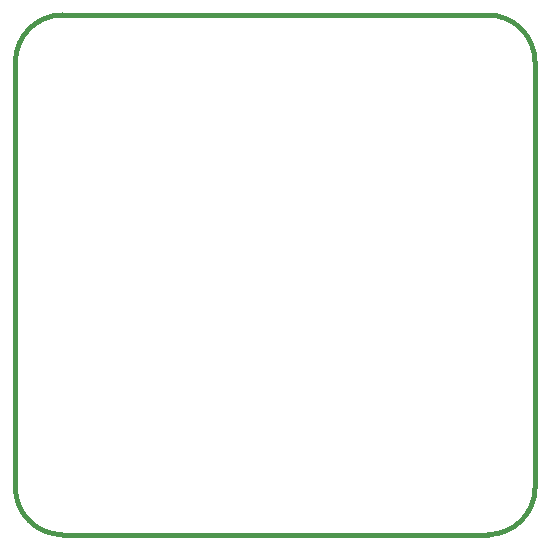
<source format=gbr>
G04 #@! TF.FileFunction,Profile,NP*
%FSLAX46Y46*%
G04 Gerber Fmt 4.6, Leading zero omitted, Abs format (unit mm)*
G04 Created by KiCad (PCBNEW 4.0.5) date 03/12/17 12:42:56*
%MOMM*%
%LPD*%
G01*
G04 APERTURE LIST*
%ADD10C,0.150000*%
%ADD11C,0.381000*%
G04 APERTURE END LIST*
D10*
D11*
X155000000Y-120000000D02*
X155000000Y-84000000D01*
X195000000Y-124000000D02*
X159000000Y-124000000D01*
X199000000Y-84000000D02*
X199000000Y-120000000D01*
X159000000Y-80000000D02*
X195000000Y-80000000D01*
X155000000Y-120000000D02*
G75*
G03X159000000Y-124000000I4000000J0D01*
G01*
X195000000Y-124000000D02*
G75*
G03X199000000Y-120000000I0J4000000D01*
G01*
X199000000Y-84000000D02*
G75*
G03X195000000Y-80000000I-4000000J0D01*
G01*
X159000000Y-80000000D02*
G75*
G03X155000000Y-84000000I0J-4000000D01*
G01*
M02*

</source>
